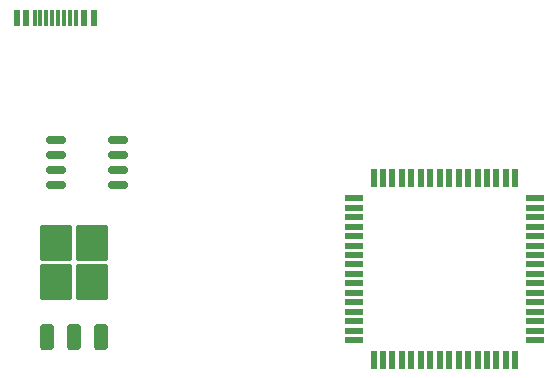
<source format=gtp>
G04 #@! TF.GenerationSoftware,KiCad,Pcbnew,7.0.7*
G04 #@! TF.CreationDate,2023-10-10T22:42:23+09:00*
G04 #@! TF.ProjectId,Pixy-mega128,41544d65-6761-4313-9238-4475696e6f2e,rev?*
G04 #@! TF.SameCoordinates,Original*
G04 #@! TF.FileFunction,Paste,Top*
G04 #@! TF.FilePolarity,Positive*
%FSLAX46Y46*%
G04 Gerber Fmt 4.6, Leading zero omitted, Abs format (unit mm)*
G04 Created by KiCad (PCBNEW 7.0.7) date 2023-10-10 22:42:23*
%MOMM*%
%LPD*%
G01*
G04 APERTURE LIST*
G04 Aperture macros list*
%AMRoundRect*
0 Rectangle with rounded corners*
0 $1 Rounding radius*
0 $2 $3 $4 $5 $6 $7 $8 $9 X,Y pos of 4 corners*
0 Add a 4 corners polygon primitive as box body*
4,1,4,$2,$3,$4,$5,$6,$7,$8,$9,$2,$3,0*
0 Add four circle primitives for the rounded corners*
1,1,$1+$1,$2,$3*
1,1,$1+$1,$4,$5*
1,1,$1+$1,$6,$7*
1,1,$1+$1,$8,$9*
0 Add four rect primitives between the rounded corners*
20,1,$1+$1,$2,$3,$4,$5,0*
20,1,$1+$1,$4,$5,$6,$7,0*
20,1,$1+$1,$6,$7,$8,$9,0*
20,1,$1+$1,$8,$9,$2,$3,0*%
G04 Aperture macros list end*
%ADD10RoundRect,0.250000X0.350000X-0.850000X0.350000X0.850000X-0.350000X0.850000X-0.350000X-0.850000X0*%
%ADD11RoundRect,0.250000X1.125000X-1.275000X1.125000X1.275000X-1.125000X1.275000X-1.125000X-1.275000X0*%
%ADD12RoundRect,0.150000X0.675000X0.150000X-0.675000X0.150000X-0.675000X-0.150000X0.675000X-0.150000X0*%
%ADD13R,0.600000X1.450000*%
%ADD14R,0.300000X1.450000*%
%ADD15R,1.500000X0.550000*%
%ADD16R,0.550000X1.500000*%
G04 APERTURE END LIST*
D10*
G04 #@! TO.C,U2*
X32230907Y-52892586D03*
X34510907Y-52892586D03*
X36790907Y-52892586D03*
D11*
X32985907Y-48267586D03*
X36035907Y-48267586D03*
X32985907Y-44917586D03*
X36035907Y-44917586D03*
G04 #@! TD*
D12*
G04 #@! TO.C,U3*
X38185000Y-40005000D03*
X38185000Y-38735000D03*
X38185000Y-37465000D03*
X38185000Y-36195000D03*
X32935000Y-36195000D03*
X32935000Y-37465000D03*
X32935000Y-38735000D03*
X32935000Y-40005000D03*
G04 #@! TD*
D13*
G04 #@! TO.C,J11*
X36142550Y-25861830D03*
X35342550Y-25861830D03*
D14*
X34142550Y-25861830D03*
X33142550Y-25861830D03*
X32642550Y-25861830D03*
X31642550Y-25861830D03*
D13*
X30442550Y-25861830D03*
X29642550Y-25861830D03*
X29642550Y-25861830D03*
X30442550Y-25861830D03*
D14*
X31142550Y-25861830D03*
X32142550Y-25861830D03*
X33642550Y-25861830D03*
X34642550Y-25861830D03*
D13*
X35342550Y-25861830D03*
X36142550Y-25861830D03*
G04 #@! TD*
D15*
G04 #@! TO.C,U1*
X58148797Y-41141459D03*
X58148797Y-41941459D03*
X58148797Y-42741459D03*
X58148797Y-43541459D03*
X58148797Y-44341459D03*
X58148797Y-45141459D03*
X58148797Y-45941459D03*
X58148797Y-46741459D03*
X58148797Y-47541459D03*
X58148797Y-48341459D03*
X58148797Y-49141459D03*
X58148797Y-49941459D03*
X58148797Y-50741459D03*
X58148797Y-51541459D03*
X58148797Y-52341459D03*
X58148797Y-53141459D03*
D16*
X59848797Y-54841459D03*
X60648797Y-54841459D03*
X61448797Y-54841459D03*
X62248797Y-54841459D03*
X63048797Y-54841459D03*
X63848797Y-54841459D03*
X64648797Y-54841459D03*
X65448797Y-54841459D03*
X66248797Y-54841459D03*
X67048797Y-54841459D03*
X67848797Y-54841459D03*
X68648797Y-54841459D03*
X69448797Y-54841459D03*
X70248797Y-54841459D03*
X71048797Y-54841459D03*
X71848797Y-54841459D03*
D15*
X73548797Y-53141459D03*
X73548797Y-52341459D03*
X73548797Y-51541459D03*
X73548797Y-50741459D03*
X73548797Y-49941459D03*
X73548797Y-49141459D03*
X73548797Y-48341459D03*
X73548797Y-47541459D03*
X73548797Y-46741459D03*
X73548797Y-45941459D03*
X73548797Y-45141459D03*
X73548797Y-44341459D03*
X73548797Y-43541459D03*
X73548797Y-42741459D03*
X73548797Y-41941459D03*
X73548797Y-41141459D03*
D16*
X71848797Y-39441459D03*
X71048797Y-39441459D03*
X70248797Y-39441459D03*
X69448797Y-39441459D03*
X68648797Y-39441459D03*
X67848797Y-39441459D03*
X67048797Y-39441459D03*
X66248797Y-39441459D03*
X65448797Y-39441459D03*
X64648797Y-39441459D03*
X63848797Y-39441459D03*
X63048797Y-39441459D03*
X62248797Y-39441459D03*
X61448797Y-39441459D03*
X60648797Y-39441459D03*
X59848797Y-39441459D03*
G04 #@! TD*
M02*

</source>
